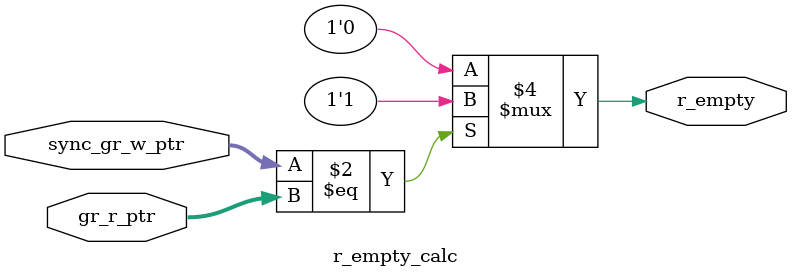
<source format=v>
module r_empty_calc #(
                            parameter ADDR_WIDTH = 3
                         )
(
input   wire    [ADDR_WIDTH:0]   sync_gr_w_ptr ,
input   wire    [ADDR_WIDTH:0]   gr_r_ptr      ,
output  reg                      r_empty              
);

always@(*)
 begin
  if(sync_gr_w_ptr == gr_r_ptr)
    begin
        r_empty = 1'b1 ;
    end
   else
    begin
        r_empty = 1'b0 ;
    end
 end
               
endmodule
</source>
